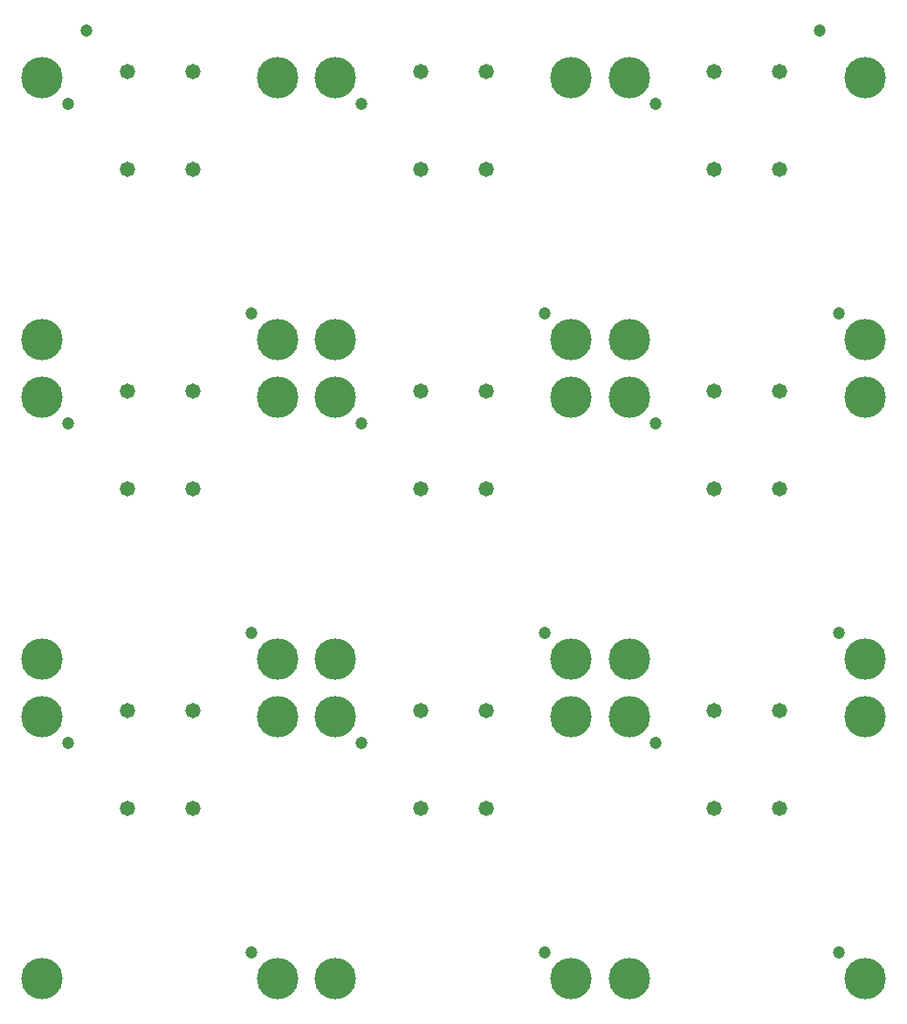
<source format=gbs>
G04 EAGLE Gerber RS-274X export*
G75*
%MOMM*%
%FSLAX34Y34*%
%LPD*%
%INSoldermask Bottom*%
%IPPOS*%
%AMOC8*
5,1,8,0,0,1.08239X$1,22.5*%
G01*
%ADD10C,1.473200*%
%ADD11C,4.013200*%
%ADD12C,1.203200*%


D10*
X107950Y285750D03*
X171450Y285750D03*
X107950Y190500D03*
X171450Y190500D03*
X392455Y285750D03*
X455955Y285750D03*
X392455Y190500D03*
X455955Y190500D03*
X676961Y285750D03*
X740461Y285750D03*
X676961Y190500D03*
X740461Y190500D03*
X107950Y595630D03*
X171450Y595630D03*
X107950Y500380D03*
X171450Y500380D03*
X392455Y595630D03*
X455955Y595630D03*
X392455Y500380D03*
X455955Y500380D03*
X676961Y595630D03*
X740461Y595630D03*
X676961Y500380D03*
X740461Y500380D03*
X107950Y905510D03*
X171450Y905510D03*
X107950Y810260D03*
X171450Y810260D03*
X392455Y905510D03*
X455955Y905510D03*
X392455Y810260D03*
X455955Y810260D03*
X676961Y905510D03*
X740461Y905510D03*
X676961Y810260D03*
X740461Y810260D03*
D11*
X254000Y25400D03*
X25400Y25400D03*
X254000Y279400D03*
X25400Y279400D03*
D12*
X50800Y254000D03*
X228600Y50800D03*
D11*
X538505Y25400D03*
X309905Y25400D03*
X538505Y279400D03*
X309905Y279400D03*
D12*
X335305Y254000D03*
X513105Y50800D03*
D11*
X823011Y25400D03*
X594411Y25400D03*
X823011Y279400D03*
X594411Y279400D03*
D12*
X619811Y254000D03*
X797611Y50800D03*
D11*
X254000Y335280D03*
X25400Y335280D03*
X254000Y589280D03*
X25400Y589280D03*
D12*
X50800Y563880D03*
X228600Y360680D03*
D11*
X538505Y335280D03*
X309905Y335280D03*
X538505Y589280D03*
X309905Y589280D03*
D12*
X335305Y563880D03*
X513105Y360680D03*
D11*
X823011Y335280D03*
X594411Y335280D03*
X823011Y589280D03*
X594411Y589280D03*
D12*
X619811Y563880D03*
X797611Y360680D03*
D11*
X254000Y645160D03*
X25400Y645160D03*
X254000Y899160D03*
X25400Y899160D03*
D12*
X50800Y873760D03*
X228600Y670560D03*
D11*
X538505Y645160D03*
X309905Y645160D03*
X538505Y899160D03*
X309905Y899160D03*
D12*
X335305Y873760D03*
X513105Y670560D03*
D11*
X823011Y645160D03*
X594411Y645160D03*
X823011Y899160D03*
X594411Y899160D03*
D12*
X619811Y873760D03*
X797611Y670560D03*
X68580Y945515D03*
X779247Y945515D03*
M02*

</source>
